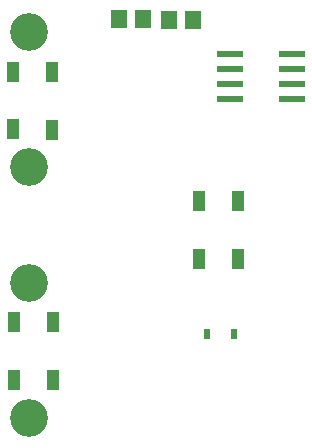
<source format=gbp>
G04 MADE WITH FRITZING*
G04 WWW.FRITZING.ORG*
G04 DOUBLE SIDED*
G04 HOLES PLATED*
G04 CONTOUR ON CENTER OF CONTOUR VECTOR*
%ASAXBY*%
%FSLAX23Y23*%
%MOIN*%
%OFA0B0*%
%SFA1.0B1.0*%
%ADD10C,0.125984*%
%ADD11R,0.024803X0.032677*%
%ADD12R,0.040236X0.067069*%
%ADD13R,0.040222X0.067069*%
%ADD14R,0.040236X0.067083*%
%ADD15R,0.040222X0.067056*%
%ADD16R,0.087000X0.024000*%
%ADD17R,0.055118X0.059055*%
%LNPASTEMASK0*%
G90*
G70*
G54D10*
X174Y603D03*
X174Y153D03*
X173Y1440D03*
X173Y990D03*
G54D11*
X858Y435D03*
X767Y435D03*
G54D12*
X124Y282D03*
G54D13*
X253Y282D03*
G54D14*
X124Y474D03*
G54D15*
X253Y474D03*
G54D12*
X122Y1117D03*
G54D13*
X252Y1116D03*
G54D14*
X122Y1309D03*
G54D15*
X252Y1309D03*
G54D12*
X872Y878D03*
G54D13*
X742Y878D03*
G54D14*
X872Y685D03*
G54D15*
X742Y685D03*
G54D16*
X844Y1218D03*
X844Y1268D03*
X844Y1318D03*
X844Y1368D03*
X1050Y1368D03*
X1050Y1318D03*
X1050Y1268D03*
X1050Y1218D03*
G54D17*
X721Y1480D03*
X640Y1480D03*
X555Y1484D03*
X474Y1484D03*
G04 End of PasteMask0*
M02*
</source>
